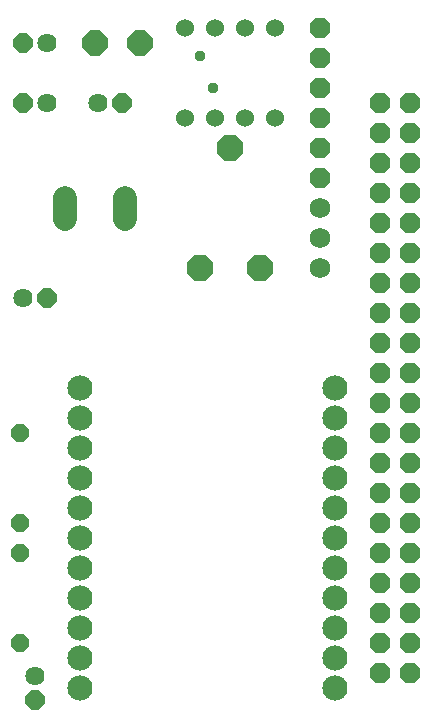
<source format=gbr>
G04 EAGLE Gerber X2 export*
%TF.Part,Single*%
%TF.FileFunction,Soldermask,Bot,1*%
%TF.FilePolarity,Negative*%
%TF.GenerationSoftware,Autodesk,EAGLE,8.6.0*%
%TF.CreationDate,2018-02-06T17:03:27Z*%
G75*
%MOMM*%
%FSLAX34Y34*%
%LPD*%
%AMOC8*
5,1,8,0,0,1.08239X$1,22.5*%
G01*
%ADD10P,2.309387X8X22.500000*%
%ADD11P,1.759533X8X202.500000*%
%ADD12C,1.625600*%
%ADD13P,1.759533X8X22.500000*%
%ADD14P,1.759533X8X292.500000*%
%ADD15P,1.869504X8X292.500000*%
%ADD16C,1.524000*%
%ADD17C,2.133600*%
%ADD18C,1.727200*%
%ADD19P,1.649562X8X112.500000*%
%ADD20P,1.649562X8X292.500000*%
%ADD21P,2.364373X8X22.500000*%
%ADD22P,1.869504X8X22.500000*%
%ADD23C,1.993900*%
%ADD24C,0.959600*%


D10*
X114300Y596900D03*
X76200Y596900D03*
D11*
X15240Y546100D03*
D12*
X35560Y546100D03*
D13*
X99060Y546100D03*
D12*
X78740Y546100D03*
D11*
X15240Y596900D03*
D12*
X35560Y596900D03*
D14*
X25400Y40640D03*
D12*
X25400Y60960D03*
D13*
X35560Y381000D03*
D12*
X15240Y381000D03*
D15*
X317500Y546100D03*
X342900Y546100D03*
X317500Y520700D03*
X342900Y520700D03*
X317500Y495300D03*
X342900Y495300D03*
X317500Y469900D03*
X342900Y469900D03*
X317500Y444500D03*
X342900Y444500D03*
X317500Y419100D03*
X342900Y419100D03*
X317500Y393700D03*
X342900Y393700D03*
X317500Y368300D03*
X342900Y368300D03*
X317500Y342900D03*
X342900Y342900D03*
X317500Y317500D03*
X342900Y317500D03*
X317500Y292100D03*
X342900Y292100D03*
X317500Y266700D03*
X342900Y266700D03*
X317500Y241300D03*
X342900Y241300D03*
X317500Y215900D03*
X342900Y215900D03*
X317500Y190500D03*
X342900Y190500D03*
X317500Y165100D03*
X342900Y165100D03*
X317500Y139700D03*
X342900Y139700D03*
X317500Y114300D03*
X342900Y114300D03*
X317500Y88900D03*
X342900Y88900D03*
X317500Y63500D03*
X342900Y63500D03*
D16*
X152400Y533400D03*
X177800Y533400D03*
X177800Y609600D03*
X152400Y609600D03*
X203200Y533400D03*
X228600Y533400D03*
X203200Y609600D03*
X228600Y609600D03*
D17*
X279400Y304800D03*
X279400Y279400D03*
X279400Y254000D03*
X279400Y228600D03*
X279400Y203200D03*
X279400Y177800D03*
X279400Y152400D03*
X279400Y127000D03*
X279400Y101600D03*
X279400Y76200D03*
X279400Y50800D03*
X63500Y304800D03*
X63500Y279400D03*
X63500Y254000D03*
X63500Y228600D03*
X63500Y203200D03*
X63500Y177800D03*
X63500Y152400D03*
X63500Y127000D03*
X63500Y101600D03*
X63500Y76200D03*
X63500Y50800D03*
D18*
X266700Y457200D03*
X266700Y431800D03*
X266700Y406400D03*
D19*
X12700Y88900D03*
X12700Y165100D03*
D20*
X12700Y266700D03*
X12700Y190500D03*
D21*
X165100Y406400D03*
X190500Y508000D03*
X215900Y406400D03*
D22*
X266700Y609600D03*
X266700Y584200D03*
X266700Y558800D03*
X266700Y533400D03*
X266700Y508000D03*
X266700Y482600D03*
D23*
X51200Y466154D02*
X51200Y448247D01*
X101200Y448247D02*
X101200Y466154D01*
D24*
X176213Y558800D03*
X165100Y585788D03*
M02*

</source>
